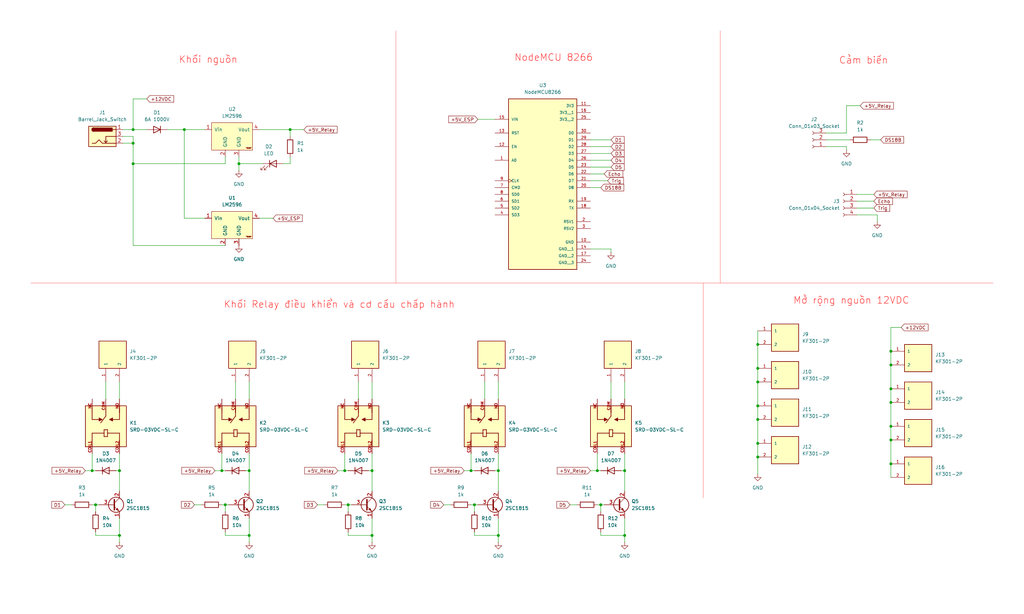
<source format=kicad_sch>
(kicad_sch (version 20231120) (generator "eeschema") (generator_version "8.0")
  (paper "User" 381 228.6)
  (lib_symbols
    (symbol "Library:1N4007" (pin_numbers hide) (pin_names hide)
      (property "Reference" "D" (at 0 2.54 0))
      (property "Value" "1N4007" (at 0 -2.54 0))
      (symbol "1N4007_0_1"
        (polyline (pts (xy -1.27 1.27) (xy -1.27 -1.27)) (stroke (width 0.254)))
        (polyline (pts (xy 1.27 0) (xy -1.27 0)))
        (polyline (pts (xy 1.27 1.27) (xy 1.27 -1.27) (xy -1.27 0) (xy 1.27 1.27)) (stroke (width 0.254)))
      )
      (symbol "1N4007_1_1"
        (pin passive line (at -3.81 0 0) (length 2.54) (name "K") (number "1"))
        (pin passive line (at 3.81 0 180) (length 2.54) (name "A") (number "2"))
      )
    )
    (symbol "Library:1N5408" (pin_numbers hide) (pin_names hide)
      (property "Reference" "D" (at 0 2.54 0))
      (property "Value" "1N5408" (at 0 -2.54 0))
      (symbol "1N5408_0_1"
        (polyline (pts (xy -1.27 1.27) (xy -1.27 -1.27)) (stroke (width 0.254)))
        (polyline (pts (xy 1.27 0) (xy -1.27 0)))
        (polyline (pts (xy 1.27 1.27) (xy 1.27 -1.27) (xy -1.27 0) (xy 1.27 1.27)) (stroke (width 0.254)))
      )
      (symbol "1N5408_1_1"
        (pin passive line (at -3.81 0 0) (length 2.54) (name "K") (number "1"))
        (pin passive line (at 3.81 0 180) (length 2.54) (name "A") (number "2"))
      )
    )
    (symbol "Library:2SC1815" (pin_names (offset 0) hide)
      (property "Reference" "Q" (at 5.08 1.905 0))
      (property "Value" "2SC1815" (at 5.08 0 0))
      (symbol "2SC1815_0_1"
        (polyline (pts (xy 0 0) (xy 0.508 0)))
        (polyline (pts (xy 0.635 0.635) (xy 2.54 2.54)))
        (polyline (pts (xy 0.635 -0.635) (xy 2.54 -2.54) (xy 2.54 -2.54)))
        (polyline (pts (xy 0.635 1.905) (xy 0.635 -1.905) (xy 0.635 -1.905)) (stroke (width 0.508)))
        (polyline (pts (xy 1.27 -1.778) (xy 1.778 -1.27) (xy 2.286 -2.286) (xy 1.27 -1.778) (xy 1.27 -1.778)) (fill (type outline)))
        (circle (center 1.27 0) (radius 2.8194) (stroke (width 0.254)))
      )
      (symbol "2SC1815_1_1"
        (pin passive line (at 2.54 -5.08 90) (length 2.54) (name "E") (number "1"))
        (pin passive line (at 2.54 5.08 270) (length 2.54) (name "C") (number "2"))
        (pin input line (at -5.08 0 0) (length 5.08) (name "B") (number "3"))
      )
    )
    (symbol "Library:Barrel_Jack_Switch" (pin_names hide)
      (property "Reference" "J" (at 0 5.334 0))
      (property "Value" "Barrel_Jack_Switch" (at 0 -5.08 0))
      (symbol "Barrel_Jack_Switch_0_1"
        (rectangle (start -5.08 3.81) (end 5.08 -3.81) (stroke (width 0.254)) (fill (type background)))
        (arc (start -3.302 3.175) (mid -3.9343 2.54) (end -3.302 1.905) (stroke (width 0.254)))
        (arc (start -3.302 3.175) (mid -3.9343 2.54) (end -3.302 1.905) (stroke (width 0.254)) (fill (type outline)))
        (polyline (pts (xy 1.27 -2.286) (xy 1.905 -1.651)) (stroke (width 0.254)))
        (polyline (pts (xy 5.08 2.54) (xy 3.81 2.54)) (stroke (width 0.254)))
        (polyline (pts (xy 5.08 0) (xy 1.27 0) (xy 1.27 -2.286) (xy 0.635 -1.651)) (stroke (width 0.254)))
        (polyline (pts (xy -3.81 -2.54) (xy -2.54 -2.54) (xy -1.27 -1.27) (xy 0 -2.54) (xy 2.54 -2.54) (xy 5.08 -2.54)) (stroke (width 0.254)))
        (rectangle (start 3.683 3.175) (end -3.302 1.905) (stroke (width 0.254)) (fill (type outline)))
      )
      (symbol "Barrel_Jack_Switch_1_1"
        (pin passive line (at 7.62 2.54 180) (length 2.54) (name "~") (number "1"))
        (pin passive line (at 7.62 -2.54 180) (length 2.54) (name "~") (number "2"))
        (pin passive line (at 7.62 0 180) (length 2.54) (name "~") (number "3"))
      )
    )
    (symbol "Library:Conn_01x03_Socket" (pin_names (offset 1.016) hide)
      (property "Reference" "J" (at 0 5.08 0))
      (property "Value" "Conn_01x03_Socket" (at 0 -5.08 0))
      (symbol "Conn_01x03_Socket_1_1"
        (arc (start 0 -2.032) (mid -0.5058 -2.54) (end 0 -3.048) (stroke (width 0.1524)))
        (polyline (pts (xy -1.27 -2.54) (xy -0.508 -2.54)) (stroke (width 0.1524)))
        (polyline (pts (xy -1.27 0) (xy -0.508 0)) (stroke (width 0.1524)))
        (polyline (pts (xy -1.27 2.54) (xy -0.508 2.54)) (stroke (width 0.1524)))
        (arc (start 0 0.508) (mid -0.5058 0) (end 0 -0.508) (stroke (width 0.1524)))
        (arc (start 0 3.048) (mid -0.5058 2.54) (end 0 2.032) (stroke (width 0.1524)))
        (pin passive line (at -5.08 2.54 0) (length 3.81) (name "Pin_1") (number "1"))
        (pin passive line (at -5.08 0 0) (length 3.81) (name "Pin_2") (number "2"))
        (pin passive line (at -5.08 -2.54 0) (length 3.81) (name "Pin_3") (number "3"))
      )
    )
    (symbol "Library:Conn_01x04_Socket" (pin_names (offset 1.016) hide)
      (property "Reference" "J" (at 0 5.08 0))
      (property "Value" "Conn_01x04_Socket" (at 0 -7.62 0))
      (symbol "Conn_01x04_Socket_1_1"
        (arc (start 0 -4.572) (mid -0.5058 -5.08) (end 0 -5.588) (stroke (width 0.1524)))
        (arc (start 0 -2.032) (mid -0.5058 -2.54) (end 0 -3.048) (stroke (width 0.1524)))
        (polyline (pts (xy -1.27 -5.08) (xy -0.508 -5.08)) (stroke (width 0.1524)))
        (polyline (pts (xy -1.27 -2.54) (xy -0.508 -2.54)) (stroke (width 0.1524)))
        (polyline (pts (xy -1.27 0) (xy -0.508 0)) (stroke (width 0.1524)))
        (polyline (pts (xy -1.27 2.54) (xy -0.508 2.54)) (stroke (width 0.1524)))
        (arc (start 0 0.508) (mid -0.5058 0) (end 0 -0.508) (stroke (width 0.1524)))
        (arc (start 0 3.048) (mid -0.5058 2.54) (end 0 2.032) (stroke (width 0.1524)))
        (pin passive line (at -5.08 2.54 0) (length 3.81) (name "Pin_1") (number "1"))
        (pin passive line (at -5.08 0 0) (length 3.81) (name "Pin_2") (number "2"))
        (pin passive line (at -5.08 -2.54 0) (length 3.81) (name "Pin_3") (number "3"))
        (pin passive line (at -5.08 -5.08 0) (length 3.81) (name "Pin_4") (number "4"))
      )
    )
    (symbol "Library:GND" (power) (pin_numbers hide) (pin_names (offset 0) hide)
      (property "Value" "GND" (at 0 -3.81 0))
      (symbol "GND_0_1"
        (polyline (pts (xy 0 0) (xy 0 -1.27) (xy 1.27 -1.27) (xy 0 -2.54) (xy -1.27 -1.27) (xy 0 -1.27)))
      )
      (symbol "GND_1_1"
        (pin power_in line (at 0 0 270) (length 0) (name "~") (number "1"))
      )
    )
    (symbol "Library:KF301-2P" (pin_names (offset 1.016))
      (property "Reference" "J" (at -5.08 5.842 0))
      (property "Value" "KF301-2P" (at -5.08 -7.62 0))
      (symbol "KF301-2P_0_0"
        (rectangle (start -5.08 -5.08) (end 5.08 5.08) (stroke (width 0.254)) (fill (type background)))
        (pin passive line (at -10.16 2.54 0) (length 5.08) (name "1") (number "1"))
        (pin passive line (at -10.16 -2.54 0) (length 5.08) (name "2") (number "2"))
      )
    )
    (symbol "Library:LED" (pin_numbers hide) (pin_names (offset 1.016) hide)
      (property "Reference" "D" (at 0 2.54 0))
      (property "Value" "LED" (at 0 -2.54 0))
      (symbol "LED_0_1"
        (polyline (pts (xy -1.27 -1.27) (xy -1.27 1.27)) (stroke (width 0.254)))
        (polyline (pts (xy -1.27 0) (xy 1.27 0)))
        (polyline (pts (xy 1.27 -1.27) (xy 1.27 1.27) (xy -1.27 0) (xy 1.27 -1.27)) (stroke (width 0.254)))
        (polyline (pts (xy -3.048 -0.762) (xy -4.572 -2.286) (xy -3.81 -2.286) (xy -4.572 -2.286) (xy -4.572 -1.524)))
        (polyline (pts (xy -1.778 -0.762) (xy -3.302 -2.286) (xy -2.54 -2.286) (xy -3.302 -2.286) (xy -3.302 -1.524)))
      )
      (symbol "LED_1_1"
        (pin passive line (at -3.81 0 0) (length 2.54) (name "K") (number "1"))
        (pin passive line (at 3.81 0 180) (length 2.54) (name "A") (number "2"))
      )
    )
    (symbol "Library:R" (pin_numbers hide) (pin_names (offset 0))
      (property "Reference" "R" (at 2.032 0 90))
      (property "Value" "R" (at 0 0 90))
      (symbol "R_0_1"
        (rectangle (start -1.016 -2.54) (end 1.016 2.54) (stroke (width 0.254)))
      )
      (symbol "R_1_1"
        (pin passive line (at 0 3.81 270) (length 1.27) (name "~") (number "1"))
        (pin passive line (at 0 -3.81 90) (length 1.27) (name "~") (number "2"))
      )
    )
    (symbol "Library:SRD-03VDC-SL-C" (pin_names (offset 1.016))
      (property "Reference" "K" (at -7.62 8.89 0))
      (property "Value" "SRD-03VDC-SL-C" (at -7.62 -10.16 0))
      (symbol "SRD-03VDC-SL-C_0_0"
        (rectangle (start -7.62 -7.62) (end 7.62 7.62) (stroke (width 0.254)) (fill (type background)))
        (polyline (pts (xy -7.62 -5.08) (xy -2.54 -5.08)) (stroke (width 0.254)))
        (polyline (pts (xy -7.62 5.08) (xy -2.54 5.08)) (stroke (width 0.254)))
        (polyline (pts (xy -3.81 -0.635) (xy -3.81 0.635)) (stroke (width 0.254)))
        (polyline (pts (xy -3.81 0.635) (xy -2.54 0.635)) (stroke (width 0.254)))
        (polyline (pts (xy -2.54 -0.635) (xy -3.81 -0.635)) (stroke (width 0.254)))
        (polyline (pts (xy -2.54 -0.635) (xy -2.54 -5.08)) (stroke (width 0.254)))
        (polyline (pts (xy -2.54 0.635) (xy -1.27 0.635)) (stroke (width 0.254)))
        (polyline (pts (xy -2.54 5.08) (xy -2.54 0.635)) (stroke (width 0.254)))
        (polyline (pts (xy -1.27 -0.635) (xy -2.54 -0.635)) (stroke (width 0.254)))
        (polyline (pts (xy -1.27 0.635) (xy -1.27 -0.635)) (stroke (width 0.254)))
        (polyline (pts (xy 2.54 -5.08) (xy 2.54 -2.54)) (stroke (width 0.254)))
        (polyline (pts (xy 2.54 5.08) (xy 2.54 2.54)) (stroke (width 0.254)))
        (polyline (pts (xy 2.54 5.08) (xy 7.62 5.08)) (stroke (width 0.254)))
        (polyline (pts (xy 3.81 0) (xy 1.27 1.905)) (stroke (width 0.254)))
        (polyline (pts (xy 7.62 -5.08) (xy 2.54 -5.08)) (stroke (width 0.254)))
        (polyline (pts (xy 7.62 0) (xy 3.81 0)) (stroke (width 0.254)))
        (polyline (pts (xy 1.905 -2.54) (xy 3.175 -2.54) (xy 2.54 -1.27) (xy 1.905 -2.54)) (stroke (width 0.1524)) (fill (type outline)))
        (polyline (pts (xy 3.175 2.54) (xy 1.905 2.54) (xy 2.54 1.27) (xy 3.175 2.54)) (stroke (width 0.1524)) (fill (type outline)))
        (pin passive line (at -10.16 5.08 0) (length 5.08) (name "~") (number "COIL1"))
        (pin passive line (at -10.16 -5.08 0) (length 5.08) (name "~") (number "COIL2"))
        (pin passive line (at 10.16 0 180) (length 5.08) (name "~") (number "COM"))
        (pin passive line (at 10.16 5.08 180) (length 5.08) (name "~") (number "NC"))
        (pin passive line (at 10.16 -5.08 180) (length 5.08) (name "~") (number "NO"))
      )
    )
    (symbol "Library:YAAJ_DCDC_StepDown_LM2596" (pin_names (offset 1.016))
      (property "Reference" "U" (at -5.08 6.35 0))
      (property "Value" "YAAJ_DCDC_StepDown_LM2596" (at 0 11.43 0))
      (symbol "YAAJ_DCDC_StepDown_LM2596_0_1"
        (rectangle (start -7.62 5.08) (end 7.62 -5.08) (fill (type background)))
      )
      (symbol "YAAJ_DCDC_StepDown_LM2596_1_1"
        (text "Y@@V" (at 6.1976 -4.2672 0) (effects (font (size 0.508 0.508))))
        (pin power_in line (at -10.16 2.54 0) (length 2.54) (name "Vin") (number "1"))
        (pin power_in line (at -2.54 -7.62 90) (length 2.54) (name "GND") (number "2"))
        (pin power_in line (at 2.54 -7.62 90) (length 2.54) (name "GND") (number "3"))
        (pin power_out line (at 10.16 2.54 180) (length 2.54) (name "Vout") (number "4"))
      )
    )
    (symbol "Library:ZC563900" (pin_names (offset 1.016))
      (property "Reference" "U" (at -12.7 26.035 0))
      (property "Value" "ZC563900" (at -12.7 -40.64 0))
      (symbol "ZC563900_0_0"
        (rectangle (start -12.7 -38.1) (end 12.7 25.4) (stroke (width 0.254)) (fill (type background)))
        (pin input line (at -17.78 2.54 0) (length 5.08) (name "A0") (number "1"))
        (pin power_in line (at 17.78 -27.94 180) (length 5.08) (name "GND") (number "10"))
        (pin power_in line (at 17.78 22.86 180) (length 5.08) (name "3V3") (number "11"))
        (pin input line (at -17.78 7.62 0) (length 5.08) (name "EN") (number "12"))
        (pin input line (at -17.78 12.7 0) (length 5.08) (name "RST") (number "13"))
        (pin power_in line (at 17.78 -30.48 180) (length 5.08) (name "GND__1") (number "14"))
        (pin input line (at -17.78 17.78 0) (length 5.08) (name "VIN") (number "15"))
        (pin power_in line (at 17.78 20.32 180) (length 5.08) (name "3V3__1") (number "16"))
        (pin power_in line (at 17.78 -33.02 180) (length 5.08) (name "GND__2") (number "17"))
        (pin bidirectional line (at 17.78 -15.24 180) (length 5.08) (name "TX") (number "18"))
        (pin bidirectional line (at 17.78 -12.7 180) (length 5.08) (name "RX") (number "19"))
        (pin passive line (at 17.78 -20.32 180) (length 5.08) (name "RSV1") (number "2"))
        (pin bidirectional line (at 17.78 -7.62 180) (length 5.08) (name "D8") (number "20"))
        (pin bidirectional line (at 17.78 -5.08 180) (length 5.08) (name "D7") (number "21"))
        (pin bidirectional line (at 17.78 -2.54 180) (length 5.08) (name "D6") (number "22"))
        (pin bidirectional line (at 17.78 0 180) (length 5.08) (name "D5") (number "23"))
        (pin power_in line (at 17.78 -35.56 180) (length 5.08) (name "GND__3") (number "24"))
        (pin power_in line (at 17.78 17.78 180) (length 5.08) (name "3V3__2") (number "25"))
        (pin bidirectional line (at 17.78 2.54 180) (length 5.08) (name "D4") (number "26"))
        (pin bidirectional line (at 17.78 5.08 180) (length 5.08) (name "D3") (number "27"))
        (pin bidirectional line (at 17.78 7.62 180) (length 5.08) (name "D2") (number "28"))
        (pin bidirectional line (at 17.78 10.16 180) (length 5.08) (name "D1") (number "29"))
        (pin passive line (at 17.78 -22.86 180) (length 5.08) (name "RSV2") (number "3"))
        (pin bidirectional line (at 17.78 12.7 180) (length 5.08) (name "D0") (number "30"))
        (pin bidirectional line (at -17.78 -17.78 0) (length 5.08) (name "SD3") (number "4"))
        (pin bidirectional line (at -17.78 -15.24 0) (length 5.08) (name "SD2") (number "5"))
        (pin bidirectional line (at -17.78 -12.7 0) (length 5.08) (name "SD1") (number "6"))
        (pin input line (at -17.78 -7.62 0) (length 5.08) (name "CMD") (number "7"))
        (pin bidirectional line (at -17.78 -10.16 0) (length 5.08) (name "SD0") (number "8"))
        (pin input clock (at -17.78 -5.08 0) (length 5.08) (name "CLK") (number "9"))
      )
    )
  )
  (junction (at 281.94 165.1))
  (junction (at 331.47 130.81))
  (junction (at 281.94 156.21))
  (junction (at 176.53 187.96))
  (junction (at 281.94 142.24))
  (junction (at 281.94 128.27))
  (junction (at 281.94 151.13))
  (junction (at 222.25 175.26))
  (junction (at 138.43 199.39))
  (junction (at 185.42 175.26))
  (junction (at 128.27 175.26))
  (junction (at 49.53 48.26))
  (junction (at 232.41 175.26))
  (junction (at 68.58 48.26))
  (junction (at 49.53 60.96))
  (junction (at 331.47 172.72))
  (junction (at 44.45 199.39))
  (junction (at 232.41 199.39))
  (junction (at 83.82 187.96))
  (junction (at 35.56 187.96))
  (junction (at 92.71 199.39))
  (junction (at 129.54 187.96))
  (junction (at 88.9 60.96))
  (junction (at 281.94 137.16))
  (junction (at 331.47 135.89))
  (junction (at 107.95 48.26))
  (junction (at 49.53 53.34))
  (junction (at 44.45 175.26))
  (junction (at 185.42 199.39))
  (junction (at 34.29 175.26))
  (junction (at 331.47 158.75))
  (junction (at 175.26 175.26))
  (junction (at 138.43 175.26))
  (junction (at 82.55 175.26))
  (junction (at 92.71 175.26))
  (junction (at 281.94 170.18))
  (junction (at 331.47 144.78))
  (junction (at 331.47 163.83))
  (junction (at 331.47 149.86))
  (junction (at 223.52 187.96))
  (wire (pts (xy 34.29 187.96) (xy 35.56 187.96)))
  (wire (pts (xy 185.42 142.24) (xy 185.42 148.59)))
  (wire (pts (xy 307.34 54.61) (xy 314.96 54.61)))
  (wire (pts (xy 176.53 187.96) (xy 177.8 187.96)))
  (wire (pts (xy 331.47 121.92) (xy 331.47 130.81)))
  (wire (pts (xy 281.94 165.1) (xy 281.94 170.18)))
  (wire (pts (xy 307.34 49.53) (xy 314.96 49.53)))
  (wire (pts (xy 331.47 130.81) (xy 331.47 135.89)))
  (wire (pts (xy 35.56 187.96) (xy 35.56 190.5)))
  (wire (pts (xy 222.25 175.26) (xy 223.52 175.26)))
  (wire (pts (xy 92.71 175.26) (xy 92.71 182.88)))
  (wire (pts (xy 35.56 199.39) (xy 35.56 198.12)))
  (wire (pts (xy 227.33 52.07) (xy 219.71 52.07)))
  (wire (pts (xy 34.29 175.26) (xy 35.56 175.26)))
  (wire (pts (xy 177.8 44.45) (xy 184.15 44.45)))
  (wire (pts (xy 49.53 60.96) (xy 49.53 53.34)))
  (wire (pts (xy 227.33 54.61) (xy 219.71 54.61)))
  (wire (pts (xy 176.53 199.39) (xy 185.42 199.39)))
  (wire (pts (xy 227.33 92.71) (xy 227.33 93.98)))
  (wire (pts (xy 92.71 168.91) (xy 92.71 175.26)))
  (wire (pts (xy 227.33 59.69) (xy 219.71 59.69)))
  (wire (pts (xy 138.43 142.24) (xy 138.43 148.59)))
  (wire (pts (xy 185.42 168.91) (xy 185.42 175.26)))
  (wire (pts (xy 44.45 201.93) (xy 44.45 199.39)))
  (wire (pts (xy 222.25 168.91) (xy 222.25 175.26)))
  (wire (pts (xy 83.82 58.42) (xy 83.82 60.96)))
  (wire (pts (xy 232.41 201.93) (xy 232.41 199.39)))
  (wire (pts (xy 133.35 142.24) (xy 133.35 148.59)))
  (wire (pts (xy 223.52 187.96) (xy 224.79 187.96)))
  (wire (pts (xy 318.77 72.39) (xy 325.12 72.39)))
  (wire (pts (xy 34.29 168.91) (xy 34.29 175.26)))
  (wire (pts (xy 335.28 121.92) (xy 331.47 121.92)))
  (wire (pts (xy 232.41 193.04) (xy 232.41 199.39)))
  (wire (pts (xy 87.63 142.24) (xy 87.63 148.59)))
  (wire (pts (xy 129.54 187.96) (xy 129.54 190.5)))
  (wire (pts (xy 180.34 142.24) (xy 180.34 148.59)))
  (wire (pts (xy 88.9 63.5) (xy 88.9 60.96)))
  (wire (pts (xy 54.61 36.83) (xy 49.53 36.83)))
  (wire (pts (xy 331.47 149.86) (xy 331.47 158.75)))
  (wire (pts (xy 76.2 81.28) (xy 68.58 81.28)))
  (wire (pts (xy 281.94 128.27) (xy 281.94 137.16)))
  (wire (pts (xy 80.01 175.26) (xy 82.55 175.26)))
  (wire (pts (xy 92.71 193.04) (xy 92.71 199.39)))
  (wire (pts (xy 176.53 187.96) (xy 176.53 190.5)))
  (wire (pts (xy 82.55 187.96) (xy 83.82 187.96)))
  (wire (pts (xy 223.52 199.39) (xy 232.41 199.39)))
  (wire (pts (xy 226.06 67.31) (xy 219.71 67.31)))
  (wire (pts (xy 49.53 48.26) (xy 54.61 48.26)))
  (wire (pts (xy 323.85 52.07) (xy 327.66 52.07)))
  (wire (pts (xy 129.54 199.39) (xy 138.43 199.39)))
  (wire (pts (xy 185.42 175.26) (xy 184.15 175.26)))
  (wire (pts (xy 227.33 57.15) (xy 219.71 57.15)))
  (wire (pts (xy 88.9 60.96) (xy 97.79 60.96)))
  (wire (pts (xy 232.41 168.91) (xy 232.41 175.26)))
  (wire (pts (xy 175.26 187.96) (xy 176.53 187.96)))
  (wire (pts (xy 232.41 175.26) (xy 231.14 175.26)))
  (wire (pts (xy 88.9 58.42) (xy 88.9 60.96)))
  (wire (pts (xy 129.54 199.39) (xy 129.54 198.12)))
  (wire (pts (xy 314.96 54.61) (xy 314.96 55.88)))
  (wire (pts (xy 68.58 81.28) (xy 68.58 48.26)))
  (wire (pts (xy 232.41 142.24) (xy 232.41 148.59)))
  (wire (pts (xy 219.71 175.26) (xy 222.25 175.26)))
  (wire (pts (xy 222.25 187.96) (xy 223.52 187.96)))
  (wire (pts (xy 92.71 201.93) (xy 92.71 199.39)))
  (wire (pts (xy 185.42 175.26) (xy 185.42 182.88)))
  (wire (pts (xy 83.82 187.96) (xy 83.82 190.5)))
  (wire (pts (xy 318.77 74.93) (xy 325.12 74.93)))
  (wire (pts (xy 24.13 187.96) (xy 26.67 187.96)))
  (wire (pts (xy 129.54 187.96) (xy 130.81 187.96)))
  (wire (pts (xy 107.95 48.26) (xy 107.95 50.8)))
  (wire (pts (xy 318.77 77.47) (xy 325.12 77.47)))
  (wire (pts (xy 223.52 69.85) (xy 219.71 69.85)))
  (wire (pts (xy 83.82 60.96) (xy 49.53 60.96)))
  (wire (pts (xy 223.52 187.96) (xy 223.52 190.5)))
  (wire (pts (xy 125.73 175.26) (xy 128.27 175.26)))
  (wire (pts (xy 281.94 137.16) (xy 281.94 142.24)))
  (wire (pts (xy 175.26 175.26) (xy 176.53 175.26)))
  (wire (pts (xy 82.55 175.26) (xy 83.82 175.26)))
  (wire (pts (xy 314.96 49.53) (xy 314.96 39.37)))
  (wire (pts (xy 224.79 64.77) (xy 219.71 64.77)))
  (wire (pts (xy 331.47 163.83) (xy 331.47 172.72)))
  (wire (pts (xy 44.45 175.26) (xy 43.18 175.26)))
  (wire (pts (xy 227.33 142.24) (xy 227.33 148.59)))
  (wire (pts (xy 35.56 199.39) (xy 44.45 199.39)))
  (wire (pts (xy 72.39 187.96) (xy 74.93 187.96)))
  (wire (pts (xy 35.56 187.96) (xy 36.83 187.96)))
  (wire (pts (xy 185.42 201.93) (xy 185.42 199.39)))
  (wire (pts (xy 31.75 175.26) (xy 34.29 175.26)))
  (wire (pts (xy 92.71 142.24) (xy 92.71 148.59)))
  (wire (pts (xy 49.53 50.8) (xy 49.53 53.34)))
  (wire (pts (xy 176.53 199.39) (xy 176.53 198.12)))
  (wire (pts (xy 49.53 36.83) (xy 49.53 48.26)))
  (wire (pts (xy 138.43 175.26) (xy 138.43 182.88)))
  (wire (pts (xy 128.27 168.91) (xy 128.27 175.26)))
  (wire (pts (xy 107.95 58.42) (xy 107.95 60.96)))
  (wire (pts (xy 107.95 60.96) (xy 105.41 60.96)))
  (wire (pts (xy 281.94 142.24) (xy 281.94 151.13)))
  (wire (pts (xy 165.1 187.96) (xy 167.64 187.96)))
  (wire (pts (xy 62.23 48.26) (xy 68.58 48.26)))
  (wire (pts (xy 185.42 193.04) (xy 185.42 199.39)))
  (wire (pts (xy 39.37 142.24) (xy 39.37 148.59)))
  (wire (pts (xy 44.45 193.04) (xy 44.45 199.39)))
  (wire (pts (xy 96.52 48.26) (xy 107.95 48.26)))
  (wire (pts (xy 219.71 92.71) (xy 227.33 92.71)))
  (wire (pts (xy 68.58 48.26) (xy 76.2 48.26)))
  (wire (pts (xy 212.09 187.96) (xy 214.63 187.96)))
  (wire (pts (xy 92.71 175.26) (xy 91.44 175.26)))
  (wire (pts (xy 326.39 80.01) (xy 326.39 82.55)))
  (wire (pts (xy 83.82 199.39) (xy 92.71 199.39)))
  (wire (pts (xy 83.82 187.96) (xy 85.09 187.96)))
  (wire (pts (xy 107.95 48.26) (xy 113.03 48.26)))
  (wire (pts (xy 281.94 151.13) (xy 281.94 156.21)))
  (wire (pts (xy 44.45 168.91) (xy 44.45 175.26)))
  (wire (pts (xy 118.11 187.96) (xy 120.65 187.96)))
  (wire (pts (xy 96.52 81.28) (xy 101.6 81.28)))
  (wire (pts (xy 138.43 193.04) (xy 138.43 199.39)))
  (wire (pts (xy 45.72 53.34) (xy 49.53 53.34)))
  (wire (pts (xy 45.72 50.8) (xy 49.53 50.8)))
  (wire (pts (xy 281.94 156.21) (xy 281.94 165.1)))
  (wire (pts (xy 307.34 52.07) (xy 316.23 52.07)))
  (wire (pts (xy 138.43 168.91) (xy 138.43 175.26)))
  (wire (pts (xy 138.43 201.93) (xy 138.43 199.39)))
  (wire (pts (xy 83.82 199.39) (xy 83.82 198.12)))
  (wire (pts (xy 331.47 158.75) (xy 331.47 163.83)))
  (wire (pts (xy 49.53 60.96) (xy 49.53 91.44)))
  (wire (pts (xy 175.26 168.91) (xy 175.26 175.26)))
  (wire (pts (xy 223.52 199.39) (xy 223.52 198.12)))
  (wire (pts (xy 44.45 175.26) (xy 44.45 182.88)))
  (wire (pts (xy 281.94 123.19) (xy 281.94 128.27)))
  (wire (pts (xy 227.33 62.23) (xy 219.71 62.23)))
  (wire (pts (xy 232.41 175.26) (xy 232.41 182.88)))
  (wire (pts (xy 331.47 144.78) (xy 331.47 149.86)))
  (wire (pts (xy 83.82 91.44) (xy 49.53 91.44)))
  (wire (pts (xy 138.43 175.26) (xy 137.16 175.26)))
  (wire (pts (xy 318.77 80.01) (xy 326.39 80.01)))
  (wire (pts (xy 128.27 175.26) (xy 129.54 175.26)))
  (wire (pts (xy 281.94 170.18) (xy 281.94 176.53)))
  (wire (pts (xy 45.72 48.26) (xy 49.53 48.26)))
  (wire (pts (xy 331.47 135.89) (xy 331.47 144.78)))
  (wire (pts (xy 128.27 187.96) (xy 129.54 187.96)))
  (wire (pts (xy 172.72 175.26) (xy 175.26 175.26)))
  (wire (pts (xy 82.55 168.91) (xy 82.55 175.26)))
  (wire (pts (xy 44.45 142.24) (xy 44.45 148.59)))
  (wire (pts (xy 314.96 39.37) (xy 320.04 39.37)))
  (wire (pts (xy 331.47 172.72) (xy 331.47 177.8)))
  (rectangle (start 267.97 11.43) (end 267.97 105.41) (stroke (width 0.0508) (color 255 0 0 1)))
  (rectangle (start 11.43 105.41) (end 369.57 105.41) (stroke (width 0.0508) (color 255 0 0 1)))
  (rectangle (start 147.32 11.43) (end 147.32 105.41) (stroke (width 0.0508) (color 255 0 0 1)))
  (rectangle (start 261.62 105.41) (end 261.62 185.42) (stroke (width 0.0508) (color 255 0 0 1)))
  (text "NodeMCU 8266\n" (at 205.994 21.59 0) (effects (font (size 2.54 2.54))))
  (text "Cảm biến" (at 321.31 22.606 0) (effects (font (size 2.54 2.54))))
  (text "Mở rộng nguồn 12VDC" (at 316.738 112.014 0) (effects (font (size 2.54 2.54))))
  (text "Khối Relay điều khiển và cơ cấu chấp hành" (at 126.238 113.538 0) (effects (font (size 2.54 2.54))))
  (text "Khối nguồn" (at 77.47 22.352 0) (effects (font (size 2.54 2.54))))
  (global_label "+5V_Relay" (shape input) (at 325.12 72.39 0) (property "Intersheetrefs" "${INTERSHEET_REFS}" (effects (hide yes))))
  (global_label "DS18B" (shape input) (at 223.52 69.85 0) (property "Intersheetrefs" "${INTERSHEET_REFS}" (effects (hide yes))))
  (global_label "D1" (shape input) (at 24.13 187.96 180) (property "Intersheetrefs" "${INTERSHEET_REFS}" (effects (hide yes))))
  (global_label "D3" (shape input) (at 227.33 57.15 0) (property "Intersheetrefs" "${INTERSHEET_REFS}" (effects (hide yes))))
  (global_label "+5V_Relay" (shape input) (at 219.71 175.26 180) (property "Intersheetrefs" "${INTERSHEET_REFS}" (effects (hide yes))))
  (global_label "+5V_Relay" (shape input) (at 113.03 48.26 0) (property "Intersheetrefs" "${INTERSHEET_REFS}" (effects (hide yes))))
  (global_label "DS18B" (shape input) (at 327.66 52.07 0) (property "Intersheetrefs" "${INTERSHEET_REFS}" (effects (hide yes))))
  (global_label "Trig" (shape input) (at 325.12 77.47 0) (property "Intersheetrefs" "${INTERSHEET_REFS}" (effects (hide yes))))
  (global_label "+12VDC" (shape input) (at 335.28 121.92 0) (property "Intersheetrefs" "${INTERSHEET_REFS}" (effects (hide yes))))
  (global_label "D2" (shape input) (at 227.33 54.61 0) (property "Intersheetrefs" "${INTERSHEET_REFS}" (effects (hide yes))))
  (global_label "D5" (shape input) (at 227.33 62.23 0) (property "Intersheetrefs" "${INTERSHEET_REFS}" (effects (hide yes))))
  (global_label "+5V_Relay" (shape input) (at 31.75 175.26 180) (property "Intersheetrefs" "${INTERSHEET_REFS}" (effects (hide yes))))
  (global_label "+5V_ESP" (shape input) (at 101.6 81.28 0) (property "Intersheetrefs" "${INTERSHEET_REFS}" (effects (hide yes))))
  (global_label "D3" (shape input) (at 118.11 187.96 180) (property "Intersheetrefs" "${INTERSHEET_REFS}" (effects (hide yes))))
  (global_label "Echo" (shape input) (at 224.79 64.77 0) (property "Intersheetrefs" "${INTERSHEET_REFS}" (effects (hide yes))))
  (global_label "+5V_Relay" (shape input) (at 125.73 175.26 180) (property "Intersheetrefs" "${INTERSHEET_REFS}" (effects (hide yes))))
  (global_label "D1" (shape input) (at 227.33 52.07 0) (property "Intersheetrefs" "${INTERSHEET_REFS}" (effects (hide yes))))
  (global_label "D4" (shape input) (at 227.33 59.69 0) (property "Intersheetrefs" "${INTERSHEET_REFS}" (effects (hide yes))))
  (global_label "D4" (shape input) (at 165.1 187.96 180) (property "Intersheetrefs" "${INTERSHEET_REFS}" (effects (hide yes))))
  (global_label "+12VDC" (shape input) (at 54.61 36.83 0) (property "Intersheetrefs" "${INTERSHEET_REFS}" (effects (hide yes))))
  (global_label "D5" (shape input) (at 212.09 187.96 180) (property "Intersheetrefs" "${INTERSHEET_REFS}" (effects (hide yes))))
  (global_label "D2" (shape input) (at 72.39 187.96 180) (property "Intersheetrefs" "${INTERSHEET_REFS}" (effects (hide yes))))
  (global_label "Trig" (shape input) (at 226.06 67.31 0) (property "Intersheetrefs" "${INTERSHEET_REFS}" (effects (hide yes))))
  (global_label "+5V_Relay" (shape input) (at 80.01 175.26 180) (property "Intersheetrefs" "${INTERSHEET_REFS}" (effects (hide yes))))
  (global_label "+5V_Relay" (shape input) (at 320.04 39.37 0) (property "Intersheetrefs" "${INTERSHEET_REFS}" (effects (hide yes))))
  (global_label "+5V_Relay" (shape input) (at 172.72 175.26 180) (property "Intersheetrefs" "${INTERSHEET_REFS}" (effects (hide yes))))
  (global_label "+5V_ESP" (shape input) (at 177.8 44.45 180) (property "Intersheetrefs" "${INTERSHEET_REFS}" (effects (hide yes))))
  (global_label "Echo" (shape input) (at 325.12 74.93 0) (property "Intersheetrefs" "${INTERSHEET_REFS}" (effects (hide yes))))
  (symbol (lib_id "Library:SRD-03VDC-SL-C") (at 39.37 158.75 90) (unit 1)
    (property "Reference" "K1" (at 48.26 157.4799 90) (effects (justify right)))
    (property "Value" "SRD-03VDC-SL-C" (at 48.26 160.0199 90) (effects (justify right)))
    (property "Footprint" "FootprintsSRD:RELAY_SRD-03VDC-SL-C" (effects (hide yes)))
    (property "PARTREV" "20161104" (effects (hide yes)))
    (property "SNAPEDA_PN" "SRD-03VDC-SL-C" (effects (hide yes)))
    (property "MANUFACTURER" "Songle Relay" (effects (hide yes)))
    (property "MAXIMUM_PACKAGE_HEIGHT" "15.80mm" (effects (hide yes)))
    (property "STANDARD" "Manufacturer Recommendations" (effects (hide yes)))
  )
  (symbol (lib_id "Library:R") (at 107.95 54.61 0) (unit 1)
    (property "Reference" "R1" (at 110.49 53.3399 0) (effects (justify left)))
    (property "Value" "1k" (at 110.49 55.8799 0) (effects (justify left)))
    (property "Footprint" "Resistor_THT:R_Axial_DIN0207_L6.3mm_D2.5mm_P10.16mm_Horizontal" (effects (hide yes)))
    (property "Description" "Resistor" (effects (hide yes)))
  )
  (symbol (lib_id "Library:ZC563900") (at 201.93 62.23 0) (unit 1)
    (property "Reference" "U3" (at 201.93 31.75 0))
    (property "Value" "NodeMCU8266" (at 201.93 34.29 0))
    (property "Footprint" "NodeMCU8266:MODULE_ZC563900" (effects (hide yes)))
    (property "PARTREV" "1.0" (effects (hide yes)))
    (property "STANDARD" "Manufacturer Recommendations" (effects (hide yes)))
    (property "MAXIMUM_PACKAGE_HEIGHT" "N/A" (effects (hide yes)))
    (property "MANUFACTURER" "YKS" (effects (hide yes)))
  )
  (symbol (lib_id "Library:KF301-2P") (at 341.63 147.32 0) (unit 1)
    (property "Reference" "J14" (at 347.98 146.0499 0) (effects (justify left)))
    (property "Value" "KF301-2P" (at 347.98 148.5899 0) (effects (justify left)))
    (property "Footprint" "FootprintsKF301:HANDSON_KF301-2P" (effects (hide yes)))
    (property "PARTREV" "NA" (effects (hide yes)))
    (property "STANDARD" "Manufacturer Recommendations" (effects (hide yes)))
    (property "MAXIMUM_PACKAGE_HEIGHT" "10mm" (effects (hide yes)))
    (property "MANUFACTURER" "Handson Technology" (effects (hide yes)))
  )
  (symbol (lib_id "Library:Conn_01x04_Socket") (at 313.69 74.93 0) (mirror y) (unit 1)
    (property "Reference" "J3" (at 312.42 74.9299 0) (effects (justify left)))
    (property "Value" "Conn_01x04_Socket" (at 312.42 77.4699 0) (effects (justify left)))
    (property "Footprint" "Connector:FanPinHeader_1x04_P2.54mm_Vertical" (effects (hide yes)))
    (property "Description" "Generic connector, single row, 01x04, script generated" (effects (hide yes)))
  )
  (symbol (lib_id "Library:1N4007") (at 180.34 175.26 0) (unit 1)
    (property "Reference" "D6" (at 180.34 168.91 0))
    (property "Value" "1N4007" (at 180.34 171.45 0))
    (property "Footprint" "Diode_THT:D_DO-41_SOD81_P10.16mm_Horizontal" (effects (hide yes)))
    (property "Datasheet" "http://www.vishay.com/docs/88503/1n4001.pdf" (effects (hide yes)))
    (property "Description" "1000V 1A General Purpose Rectifier Diode, DO-41" (effects (hide yes)))
    (property "Sim.Device" "D" (effects (hide yes)))
    (property "Sim.Pins" "1=K 2=A" (effects (hide yes)))
  )
  (symbol (lib_id "Library:2SC1815") (at 41.91 187.96 0) (unit 1)
    (property "Reference" "Q1" (at 46.99 186.6899 0) (effects (justify left)))
    (property "Value" "2SC1815" (at 46.99 189.2299 0) (effects (justify left)))
    (property "Footprint" "Package_TO_SOT_THT:TO-92_Inline" (effects (hide yes)))
    (property "Datasheet" "https://media.digikey.com/pdf/Data%20Sheets/Toshiba%20PDFs/2SC1815.pdf" (effects (hide yes)))
    (property "Description" "0.15A Ic, 50V Vce, Low Noise Audio NPN Transistor, TO-92" (effects (hide yes)))
  )
  (symbol (lib_id "Library:YAAJ_DCDC_StepDown_LM2596") (at 86.36 50.8 0) (unit 1)
    (property "Reference" "U2" (at 86.36 40.64 0))
    (property "Value" "LM2596" (at 86.36 43.18 0))
    (property "Footprint" "lm2596sModule:YAAJ_DCDC_StepDown_LM2596" (effects (hide yes)))
    (property "Description" "module : adjustable step down module 3.2V-40V to 1.25V-35V 3A" (effects (hide yes)))
  )
  (symbol (lib_id "Library:YAAJ_DCDC_StepDown_LM2596") (at 86.36 83.82 0) (unit 1)
    (property "Reference" "U1" (at 86.36 73.66 0))
    (property "Value" "LM2596" (at 86.36 76.2 0))
    (property "Footprint" "lm2596sModule:YAAJ_DCDC_StepDown_LM2596" (effects (hide yes)))
    (property "Description" "module : adjustable step down module 3.2V-40V to 1.25V-35V 3A" (effects (hide yes)))
  )
  (symbol (lib_id "Library:KF301-2P") (at 229.87 132.08 90) (unit 1)
    (property "Reference" "J8" (at 236.22 130.8099 90) (effects (justify right)))
    (property "Value" "KF301-2P" (at 236.22 133.3499 90) (effects (justify right)))
    (property "Footprint" "FootprintsKF301:HANDSON_KF301-2P" (effects (hide yes)))
    (property "PARTREV" "NA" (effects (hide yes)))
    (property "STANDARD" "Manufacturer Recommendations" (effects (hide yes)))
    (property "MAXIMUM_PACKAGE_HEIGHT" "10mm" (effects (hide yes)))
    (property "MANUFACTURER" "Handson Technology" (effects (hide yes)))
  )
  (symbol (lib_id "Library:2SC1815") (at 182.88 187.96 0) (unit 1)
    (property "Reference" "Q4" (at 187.96 186.6899 0) (effects (justify left)))
    (property "Value" "2SC1815" (at 187.96 189.2299 0) (effects (justify left)))
    (property "Footprint" "Package_TO_SOT_THT:TO-92_Inline" (effects (hide yes)))
    (property "Datasheet" "https://media.digikey.com/pdf/Data%20Sheets/Toshiba%20PDFs/2SC1815.pdf" (effects (hide yes)))
    (property "Description" "0.15A Ic, 50V Vce, Low Noise Audio NPN Transistor, TO-92" (effects (hide yes)))
  )
  (symbol (lib_id "Library:KF301-2P") (at 90.17 132.08 90) (unit 1)
    (property "Reference" "J5" (at 96.52 130.8099 90) (effects (justify right)))
    (property "Value" "KF301-2P" (at 96.52 133.3499 90) (effects (justify right)))
    (property "Footprint" "FootprintsKF301:HANDSON_KF301-2P" (effects (hide yes)))
    (property "PARTREV" "NA" (effects (hide yes)))
    (property "STANDARD" "Manufacturer Recommendations" (effects (hide yes)))
    (property "MAXIMUM_PACKAGE_HEIGHT" "10mm" (effects (hide yes)))
    (property "MANUFACTURER" "Handson Technology" (effects (hide yes)))
  )
  (symbol (lib_id "Library:SRD-03VDC-SL-C") (at 133.35 158.75 90) (unit 1)
    (property "Reference" "K3" (at 142.24 157.4799 90) (effects (justify right)))
    (property "Value" "SRD-03VDC-SL-C" (at 142.24 160.0199 90) (effects (justify right)))
    (property "Footprint" "FootprintsSRD:RELAY_SRD-03VDC-SL-C" (effects (hide yes)))
    (property "PARTREV" "20161104" (effects (hide yes)))
    (property "SNAPEDA_PN" "SRD-03VDC-SL-C" (effects (hide yes)))
    (property "MANUFACTURER" "Songle Relay" (effects (hide yes)))
    (property "MAXIMUM_PACKAGE_HEIGHT" "15.80mm" (effects (hide yes)))
    (property "STANDARD" "Manufacturer Recommendations" (effects (hide yes)))
  )
  (symbol (lib_id "Library:1N4007") (at 39.37 175.26 0) (unit 1)
    (property "Reference" "D3" (at 39.37 168.91 0))
    (property "Value" "1N4007" (at 39.37 171.45 0))
    (property "Footprint" "Diode_THT:D_DO-41_SOD81_P10.16mm_Horizontal" (effects (hide yes)))
    (property "Datasheet" "http://www.vishay.com/docs/88503/1n4001.pdf" (effects (hide yes)))
    (property "Description" "1000V 1A General Purpose Rectifier Diode, DO-41" (effects (hide yes)))
    (property "Sim.Device" "D" (effects (hide yes)))
    (property "Sim.Pins" "1=K 2=A" (effects (hide yes)))
  )
  (symbol (lib_id "Library:GND") (at 88.9 63.5 0) (unit 1)
    (property "Reference" "#PWR01" (effects (hide yes)))
    (property "Value" "GND" (at 88.9 68.58 0))
    (property "Description" "Power symbol creates a global label with name \"GND\" , ground" (effects (hide yes)))
  )
  (symbol (lib_id "Library:R") (at 78.74 187.96 90) (unit 1)
    (property "Reference" "R5" (at 78.74 181.61 90))
    (property "Value" "1k" (at 78.74 184.15 90))
    (property "Footprint" "Resistor_THT:R_Axial_DIN0207_L6.3mm_D2.5mm_P10.16mm_Horizontal" (effects (hide yes)))
    (property "Description" "Resistor" (effects (hide yes)))
  )
  (symbol (lib_id "Library:GND") (at 326.39 82.55 0) (unit 1)
    (property "Reference" "#PWR05" (effects (hide yes)))
    (property "Value" "GND" (at 326.39 87.63 0))
    (property "Description" "Power symbol creates a global label with name \"GND\" , ground" (effects (hide yes)))
  )
  (symbol (lib_id "Library:Conn_01x03_Socket") (at 302.26 52.07 180) (unit 1)
    (property "Reference" "J2" (at 302.895 44.45 0))
    (property "Value" "Conn_01x03_Socket" (at 302.895 46.99 0))
    (property "Footprint" "Connector:FanPinHeader_1x03_P2.54mm_Vertical" (effects (hide yes)))
    (property "Description" "Generic connector, single row, 01x03, script generated" (effects (hide yes)))
  )
  (symbol (lib_id "Library:GND") (at 227.33 93.98 0) (unit 1)
    (property "Reference" "#PWR03" (effects (hide yes)))
    (property "Value" "GND" (at 227.33 99.06 0))
    (property "Description" "Power symbol creates a global label with name \"GND\" , ground" (effects (hide yes)))
  )
  (symbol (lib_id "Library:GND") (at 232.41 201.93 0) (unit 1)
    (property "Reference" "#PWR010" (effects (hide yes)))
    (property "Value" "GND" (at 232.41 207.01 0))
    (property "Description" "Power symbol creates a global label with name \"GND\" , ground" (effects (hide yes)))
  )
  (symbol (lib_id "Library:SRD-03VDC-SL-C") (at 227.33 158.75 90) (unit 1)
    (property "Reference" "K5" (at 236.22 157.4799 90) (effects (justify right)))
    (property "Value" "SRD-03VDC-SL-C" (at 236.22 160.0199 90) (effects (justify right)))
    (property "Footprint" "FootprintsSRD:RELAY_SRD-03VDC-SL-C" (effects (hide yes)))
    (property "PARTREV" "20161104" (effects (hide yes)))
    (property "SNAPEDA_PN" "SRD-03VDC-SL-C" (effects (hide yes)))
    (property "MANUFACTURER" "Songle Relay" (effects (hide yes)))
    (property "MAXIMUM_PACKAGE_HEIGHT" "15.80mm" (effects (hide yes)))
    (property "STANDARD" "Manufacturer Recommendations" (effects (hide yes)))
  )
  (symbol (lib_id "Library:SRD-03VDC-SL-C") (at 87.63 158.75 90) (unit 1)
    (property "Reference" "K2" (at 96.52 157.4799 90) (effects (justify right)))
    (property "Value" "SRD-03VDC-SL-C" (at 96.52 160.0199 90) (effects (justify right)))
    (property "Footprint" "FootprintsSRD:RELAY_SRD-03VDC-SL-C" (effects (hide yes)))
    (property "PARTREV" "20161104" (effects (hide yes)))
    (property "SNAPEDA_PN" "SRD-03VDC-SL-C" (effects (hide yes)))
    (property "MANUFACTURER" "Songle Relay" (effects (hide yes)))
    (property "MAXIMUM_PACKAGE_HEIGHT" "15.80mm" (effects (hide yes)))
    (property "STANDARD" "Manufacturer Recommendations" (effects (hide yes)))
  )
  (symbol (lib_id "Library:KF301-2P") (at 341.63 133.35 0) (unit 1)
    (property "Reference" "J13" (at 347.98 132.0799 0) (effects (justify left)))
    (property "Value" "KF301-2P" (at 347.98 134.6199 0) (effects (justify left)))
    (property "Footprint" "FootprintsKF301:HANDSON_KF301-2P" (effects (hide yes)))
    (property "PARTREV" "NA" (effects (hide yes)))
    (property "STANDARD" "Manufacturer Recommendations" (effects (hide yes)))
    (property "MAXIMUM_PACKAGE_HEIGHT" "10mm" (effects (hide yes)))
    (property "MANUFACTURER" "Handson Technology" (effects (hide yes)))
  )
  (symbol (lib_id "Library:Barrel_Jack_Switch") (at 38.1 50.8 0) (unit 1)
    (property "Reference" "J1" (at 38.1 41.91 0))
    (property "Value" "Barrel_Jack_Switch" (at 38.1 44.45 0))
    (property "Footprint" "Connector_BarrelJack:BarrelJack_Wuerth_6941xx301002" (effects (hide yes)))
    (property "Description" "DC Barrel Jack with an internal switch" (effects (hide yes)))
  )
  (symbol (lib_id "Library:KF301-2P") (at 292.1 139.7 0) (unit 1)
    (property "Reference" "J10" (at 298.45 138.4299 0) (effects (justify left)))
    (property "Value" "KF301-2P" (at 298.45 140.9699 0) (effects (justify left)))
    (property "Footprint" "FootprintsKF301:HANDSON_KF301-2P" (effects (hide yes)))
    (property "PARTREV" "NA" (effects (hide yes)))
    (property "STANDARD" "Manufacturer Recommendations" (effects (hide yes)))
    (property "MAXIMUM_PACKAGE_HEIGHT" "10mm" (effects (hide yes)))
    (property "MANUFACTURER" "Handson Technology" (effects (hide yes)))
  )
  (symbol (lib_id "Library:R") (at 35.56 194.31 180) (unit 1)
    (property "Reference" "R4" (at 38.1 193.0399 0) (effects (justify right)))
    (property "Value" "10k" (at 38.1 195.5799 0) (effects (justify right)))
    (property "Footprint" "Resistor_THT:R_Axial_DIN0207_L6.3mm_D2.5mm_P10.16mm_Horizontal" (effects (hide yes)))
    (property "Description" "Resistor" (effects (hide yes)))
  )
  (symbol (lib_id "Library:KF301-2P") (at 341.63 175.26 0) (unit 1)
    (property "Reference" "J16" (at 347.98 173.9899 0) (effects (justify left)))
    (property "Value" "KF301-2P" (at 347.98 176.5299 0) (effects (justify left)))
    (property "Footprint" "FootprintsKF301:HANDSON_KF301-2P" (effects (hide yes)))
    (property "PARTREV" "NA" (effects (hide yes)))
    (property "STANDARD" "Manufacturer Recommendations" (effects (hide yes)))
    (property "MAXIMUM_PACKAGE_HEIGHT" "10mm" (effects (hide yes)))
    (property "MANUFACTURER" "Handson Technology" (effects (hide yes)))
  )
  (symbol (lib_id "Library:KF301-2P") (at 292.1 153.67 0) (unit 1)
    (property "Reference" "J11" (at 298.45 152.3999 0) (effects (justify left)))
    (property "Value" "KF301-2P" (at 298.45 154.9399 0) (effects (justify left)))
    (property "Footprint" "FootprintsKF301:HANDSON_KF301-2P" (effects (hide yes)))
    (property "PARTREV" "NA" (effects (hide yes)))
    (property "STANDARD" "Manufacturer Recommendations" (effects (hide yes)))
    (property "MAXIMUM_PACKAGE_HEIGHT" "10mm" (effects (hide yes)))
    (property "MANUFACTURER" "Handson Technology" (effects (hide yes)))
  )
  (symbol (lib_id "Library:KF301-2P") (at 292.1 125.73 0) (unit 1)
    (property "Reference" "J9" (at 298.45 124.4599 0) (effects (justify left)))
    (property "Value" "KF301-2P" (at 298.45 126.9999 0) (effects (justify left)))
    (property "Footprint" "FootprintsKF301:HANDSON_KF301-2P" (effects (hide yes)))
    (property "PARTREV" "NA" (effects (hide yes)))
    (property "STANDARD" "Manufacturer Recommendations" (effects (hide yes)))
    (property "MAXIMUM_PACKAGE_HEIGHT" "10mm" (effects (hide yes)))
    (property "MANUFACTURER" "Handson Technology" (effects (hide yes)))
  )
  (symbol (lib_id "Library:GND") (at 185.42 201.93 0) (unit 1)
    (property "Reference" "#PWR09" (effects (hide yes)))
    (property "Value" "GND" (at 185.42 207.01 0))
    (property "Description" "Power symbol creates a global label with name \"GND\" , ground" (effects (hide yes)))
  )
  (symbol (lib_id "Library:GND") (at 138.43 201.93 0) (unit 1)
    (property "Reference" "#PWR08" (effects (hide yes)))
    (property "Value" "GND" (at 138.43 207.01 0))
    (property "Description" "Power symbol creates a global label with name \"GND\" , ground" (effects (hide yes)))
  )
  (symbol (lib_id "Library:GND") (at 88.9 91.44 0) (unit 1)
    (property "Reference" "#PWR02" (effects (hide yes)))
    (property "Value" "GND" (at 88.9 96.52 0))
    (property "Description" "Power symbol creates a global label with name \"GND\" , ground" (effects (hide yes)))
  )
  (symbol (lib_id "Library:2SC1815") (at 229.87 187.96 0) (unit 1)
    (property "Reference" "Q5" (at 234.95 186.6899 0) (effects (justify left)))
    (property "Value" "2SC1815" (at 234.95 189.2299 0) (effects (justify left)))
    (property "Footprint" "Package_TO_SOT_THT:TO-92_Inline" (effects (hide yes)))
    (property "Datasheet" "https://media.digikey.com/pdf/Data%20Sheets/Toshiba%20PDFs/2SC1815.pdf" (effects (hide yes)))
    (property "Description" "0.15A Ic, 50V Vce, Low Noise Audio NPN Transistor, TO-92" (effects (hide yes)))
  )
  (symbol (lib_id "Library:GND") (at 44.45 201.93 0) (unit 1)
    (property "Reference" "#PWR06" (effects (hide yes)))
    (property "Value" "GND" (at 44.45 207.01 0))
    (property "Description" "Power symbol creates a global label with name \"GND\" , ground" (effects (hide yes)))
  )
  (symbol (lib_id "Library:KF301-2P") (at 292.1 167.64 0) (unit 1)
    (property "Reference" "J12" (at 298.45 166.3699 0) (effects (justify left)))
    (property "Value" "KF301-2P" (at 298.45 168.9099 0) (effects (justify left)))
    (property "Footprint" "FootprintsKF301:HANDSON_KF301-2P" (effects (hide yes)))
    (property "PARTREV" "NA" (effects (hide yes)))
    (property "STANDARD" "Manufacturer Recommendations" (effects (hide yes)))
    (property "MAXIMUM_PACKAGE_HEIGHT" "10mm" (effects (hide yes)))
    (property "MANUFACTURER" "Handson Technology" (effects (hide yes)))
  )
  (symbol (lib_id "Library:R") (at 171.45 187.96 90) (unit 1)
    (property "Reference" "R9" (at 171.45 181.61 90))
    (property "Value" "1k" (at 171.45 184.15 90))
    (property "Footprint" "Resistor_THT:R_Axial_DIN0207_L6.3mm_D2.5mm_P10.16mm_Horizontal" (effects (hide yes)))
    (property "Description" "Resistor" (effects (hide yes)))
  )
  (symbol (lib_id "Library:KF301-2P") (at 135.89 132.08 90) (unit 1)
    (property "Reference" "J6" (at 142.24 130.8099 90) (effects (justify right)))
    (property "Value" "KF301-2P" (at 142.24 133.3499 90) (effects (justify right)))
    (property "Footprint" "FootprintsKF301:HANDSON_KF301-2P" (effects (hide yes)))
    (property "PARTREV" "NA" (effects (hide yes)))
    (property "STANDARD" "Manufacturer Recommendations" (effects (hide yes)))
    (property "MAXIMUM_PACKAGE_HEIGHT" "10mm" (effects (hide yes)))
    (property "MANUFACTURER" "Handson Technology" (effects (hide yes)))
  )
  (symbol (lib_id "Library:R") (at 30.48 187.96 90) (unit 1)
    (property "Reference" "R3" (at 30.48 181.61 90))
    (property "Value" "1k" (at 30.48 184.15 90))
    (property "Footprint" "Resistor_THT:R_Axial_DIN0207_L6.3mm_D2.5mm_P10.16mm_Horizontal" (effects (hide yes)))
    (property "Description" "Resistor" (effects (hide yes)))
  )
  (symbol (lib_id "Library:R") (at 129.54 194.31 180) (unit 1)
    (property "Reference" "R8" (at 132.08 193.0399 0) (effects (justify right)))
    (property "Value" "10k" (at 132.08 195.5799 0) (effects (justify right)))
    (property "Footprint" "Resistor_THT:R_Axial_DIN0207_L6.3mm_D2.5mm_P10.16mm_Horizontal" (effects (hide yes)))
    (property "Description" "Resistor" (effects (hide yes)))
  )
  (symbol (lib_id "Library:GND") (at 92.71 201.93 0) (unit 1)
    (property "Reference" "#PWR07" (effects (hide yes)))
    (property "Value" "GND" (at 92.71 207.01 0))
    (property "Description" "Power symbol creates a global label with name \"GND\" , ground" (effects (hide yes)))
  )
  (symbol (lib_id "Library:GND") (at 314.96 55.88 0) (unit 1)
    (property "Reference" "#PWR04" (effects (hide yes)))
    (property "Value" "GND" (at 314.96 60.96 0))
    (property "Description" "Power symbol creates a global label with name \"GND\" , ground" (effects (hide yes)))
  )
  (symbol (lib_id "Library:1N4007") (at 133.35 175.26 0) (unit 1)
    (property "Reference" "D5" (at 133.35 168.91 0))
    (property "Value" "1N4007" (at 133.35 171.45 0))
    (property "Footprint" "Diode_THT:D_DO-41_SOD81_P10.16mm_Horizontal" (effects (hide yes)))
    (property "Datasheet" "http://www.vishay.com/docs/88503/1n4001.pdf" (effects (hide yes)))
    (property "Description" "1000V 1A General Purpose Rectifier Diode, DO-41" (effects (hide yes)))
    (property "Sim.Device" "D" (effects (hide yes)))
    (property "Sim.Pins" "1=K 2=A" (effects (hide yes)))
  )
  (symbol (lib_id "Library:R") (at 176.53 194.31 180) (unit 1)
    (property "Reference" "R10" (at 179.07 193.0399 0) (effects (justify right)))
    (property "Value" "10k" (at 179.07 195.5799 0) (effects (justify right)))
    (property "Footprint" "Resistor_THT:R_Axial_DIN0207_L6.3mm_D2.5mm_P10.16mm_Horizontal" (effects (hide yes)))
    (property "Description" "Resistor" (effects (hide yes)))
  )
  (symbol (lib_id "Library:KF301-2P") (at 41.91 132.08 90) (unit 1)
    (property "Reference" "J4" (at 48.26 130.8099 90) (effects (justify right)))
    (property "Value" "KF301-2P" (at 48.26 133.3499 90) (effects (justify right)))
    (property "Footprint" "FootprintsKF301:HANDSON_KF301-2P" (effects (hide yes)))
    (property "PARTREV" "NA" (effects (hide yes)))
    (property "STANDARD" "Manufacturer Recommendations" (effects (hide yes)))
    (property "MAXIMUM_PACKAGE_HEIGHT" "10mm" (effects (hide yes)))
    (property "MANUFACTURER" "Handson Technology" (effects (hide yes)))
  )
  (symbol (lib_id "Library:1N5408") (at 58.42 48.26 180) (unit 1)
    (property "Reference" "D1" (at 58.42 41.91 0))
    (property "Value" "6A 1000V" (at 58.42 44.45 0))
    (property "Footprint" "Diode_THT:D_DO-201AD_P15.24mm_Horizontal" (effects (hide yes)))
    (property "Datasheet" "http://www.vishay.com/docs/88516/1n5400.pdf" (effects (hide yes)))
    (property "Description" "1000V 3A General Purpose Rectifier Diode, DO-201AD" (effects (hide yes)))
    (property "Sim.Device" "D" (effects (hide yes)))
    (property "Sim.Pins" "1=K 2=A" (effects (hide yes)))
  )
  (symbol (lib_id "Library:R") (at 320.04 52.07 270) (unit 1)
    (property "Reference" "R2" (at 320.04 45.72 90))
    (property "Value" "1k" (at 320.04 48.26 90))
    (property "Footprint" "Resistor_THT:R_Axial_DIN0207_L6.3mm_D2.5mm_P10.16mm_Horizontal" (effects (hide yes)))
    (property "Description" "Resistor" (effects (hide yes)))
  )
  (symbol (lib_id "Library:LED") (at 101.6 60.96 0) (unit 1)
    (property "Reference" "D2" (at 100.0125 54.61 0))
    (property "Value" "LED" (at 100.0125 57.15 0))
    (property "Footprint" "LED_THT:LED_D5.0mm" (effects (hide yes)))
    (property "Description" "Light emitting diode" (effects (hide yes)))
  )
  (symbol (lib_id "Library:2SC1815") (at 135.89 187.96 0) (unit 1)
    (property "Reference" "Q3" (at 140.97 186.6899 0) (effects (justify left)))
    (property "Value" "2SC1815" (at 140.97 189.2299 0) (effects (justify left)))
    (property "Footprint" "Package_TO_SOT_THT:TO-92_Inline" (effects (hide yes)))
    (property "Datasheet" "https://media.digikey.com/pdf/Data%20Sheets/Toshiba%20PDFs/2SC1815.pdf" (effects (hide yes)))
    (property "Description" "0.15A Ic, 50V Vce, Low Noise Audio NPN Transistor, TO-92" (effects (hide yes)))
  )
  (symbol (lib_id "Library:1N4007") (at 227.33 175.26 0) (unit 1)
    (property "Reference" "D7" (at 227.33 168.91 0))
    (property "Value" "1N4007" (at 227.33 171.45 0))
    (property "Footprint" "Diode_THT:D_DO-41_SOD81_P10.16mm_Horizontal" (effects (hide yes)))
    (property "Datasheet" "http://www.vishay.com/docs/88503/1n4001.pdf" (effects (hide yes)))
    (property "Description" "1000V 1A General Purpose Rectifier Diode, DO-41" (effects (hide yes)))
    (property "Sim.Device" "D" (effects (hide yes)))
    (property "Sim.Pins" "1=K 2=A" (effects (hide yes)))
  )
  (symbol (lib_id "Library:KF301-2P") (at 341.63 161.29 0) (unit 1)
    (property "Reference" "J15" (at 347.98 160.0199 0) (effects (justify left)))
    (property "Value" "KF301-2P" (at 347.98 162.5599 0) (effects (justify left)))
    (property "Footprint" "FootprintsKF301:HANDSON_KF301-2P" (effects (hide yes)))
    (property "PARTREV" "NA" (effects (hide yes)))
    (property "STANDARD" "Manufacturer Recommendations" (effects (hide yes)))
    (property "MAXIMUM_PACKAGE_HEIGHT" "10mm" (effects (hide yes)))
    (property "MANUFACTURER" "Handson Technology" (effects (hide yes)))
  )
  (symbol (lib_id "Library:SRD-03VDC-SL-C") (at 180.34 158.75 90) (unit 1)
    (property "Reference" "K4" (at 189.23 157.4799 90) (effects (justify right)))
    (property "Value" "SRD-03VDC-SL-C" (at 189.23 160.0199 90) (effects (justify right)))
    (property "Footprint" "FootprintsSRD:RELAY_SRD-03VDC-SL-C" (effects (hide yes)))
    (property "PARTREV" "20161104" (effects (hide yes)))
    (property "SNAPEDA_PN" "SRD-03VDC-SL-C" (effects (hide yes)))
    (property "MANUFACTURER" "Songle Relay" (effects (hide yes)))
    (property "MAXIMUM_PACKAGE_HEIGHT" "15.80mm" (effects (hide yes)))
    (property "STANDARD" "Manufacturer Recommendations" (effects (hide yes)))
  )
  (symbol (lib_id "Library:R") (at 83.82 194.31 180) (unit 1)
    (property "Reference" "R6" (at 86.36 193.0399 0) (effects (justify right)))
    (property "Value" "10k" (at 86.36 195.5799 0) (effects (justify right)))
    (property "Footprint" "Resistor_THT:R_Axial_DIN0207_L6.3mm_D2.5mm_P10.16mm_Horizontal" (effects (hide yes)))
    (property "Description" "Resistor" (effects (hide yes)))
  )
  (symbol (lib_id "Library:R") (at 124.46 187.96 90) (unit 1)
    (property "Reference" "R7" (at 124.46 181.61 90))
    (property "Value" "1k" (at 124.46 184.15 90))
    (property "Footprint" "Resistor_THT:R_Axial_DIN0207_L6.3mm_D2.5mm_P10.16mm_Horizontal" (effects (hide yes)))
    (property "Description" "Resistor" (effects (hide yes)))
  )
  (symbol (lib_id "Library:KF301-2P") (at 182.88 132.08 90) (unit 1)
    (property "Reference" "J7" (at 189.23 130.8099 90) (effects (justify right)))
    (property "Value" "KF301-2P" (at 189.23 133.3499 90) (effects (justify right)))
    (property "Footprint" "FootprintsKF301:HANDSON_KF301-2P" (effects (hide yes)))
    (property "PARTREV" "NA" (effects (hide yes)))
    (property "STANDARD" "Manufacturer Recommendations" (effects (hide yes)))
    (property "MAXIMUM_PACKAGE_HEIGHT" "10mm" (effects (hide yes)))
    (property "MANUFACTURER" "Handson Technology" (effects (hide yes)))
  )
  (symbol (lib_id "Library:GND") (at 281.94 176.53 0) (unit 1)
    (property "Reference" "#PWR011" (effects (hide yes)))
    (property "Value" "GND" (at 281.94 181.61 0))
    (property "Description" "Power symbol creates a global label with name \"GND\" , ground" (effects (hide yes)))
  )
  (symbol (lib_id "Library:R") (at 218.44 187.96 90) (unit 1)
    (property "Reference" "R11" (at 218.44 181.61 90))
    (property "Value" "1k" (at 218.44 184.15 90))
    (property "Footprint" "Resistor_THT:R_Axial_DIN0207_L6.3mm_D2.5mm_P10.16mm_Horizontal" (effects (hide yes)))
    (property "Description" "Resistor" (effects (hide yes)))
  )
  (symbol (lib_id "Library:2SC1815") (at 90.17 187.96 0) (unit 1)
    (property "Reference" "Q2" (at 95.25 186.6899 0) (effects (justify left)))
    (property "Value" "2SC1815" (at 95.25 189.2299 0) (effects (justify left)))
    (property "Footprint" "Package_TO_SOT_THT:TO-92_Inline" (effects (hide yes)))
    (property "Datasheet" "https://media.digikey.com/pdf/Data%20Sheets/Toshiba%20PDFs/2SC1815.pdf" (effects (hide yes)))
    (property "Description" "0.15A Ic, 50V Vce, Low Noise Audio NPN Transistor, TO-92" (effects (hide yes)))
  )
  (symbol (lib_id "Library:1N4007") (at 87.63 175.26 0) (unit 1)
    (property "Reference" "D4" (at 87.63 168.91 0))
    (property "Value" "1N4007" (at 87.63 171.45 0))
    (property "Footprint" "Diode_THT:D_DO-41_SOD81_P10.16mm_Horizontal" (effects (hide yes)))
    (property "Datasheet" "http://www.vishay.com/docs/88503/1n4001.pdf" (effects (hide yes)))
    (property "Description" "1000V 1A General Purpose Rectifier Diode, DO-41" (effects (hide yes)))
    (property "Sim.Device" "D" (effects (hide yes)))
    (property "Sim.Pins" "1=K 2=A" (effects (hide yes)))
  )
  (symbol (lib_id "Library:R") (at 223.52 194.31 180) (unit 1)
    (property "Reference" "R12" (at 226.06 193.0399 0) (effects (justify right)))
    (property "Value" "10k" (at 226.06 195.5799 0) (effects (justify right)))
    (property "Footprint" "Resistor_THT:R_Axial_DIN0207_L6.3mm_D2.5mm_P10.16mm_Horizontal" (effects (hide yes)))
    (property "Description" "Resistor" (effects (hide yes)))
  )
)
</source>
